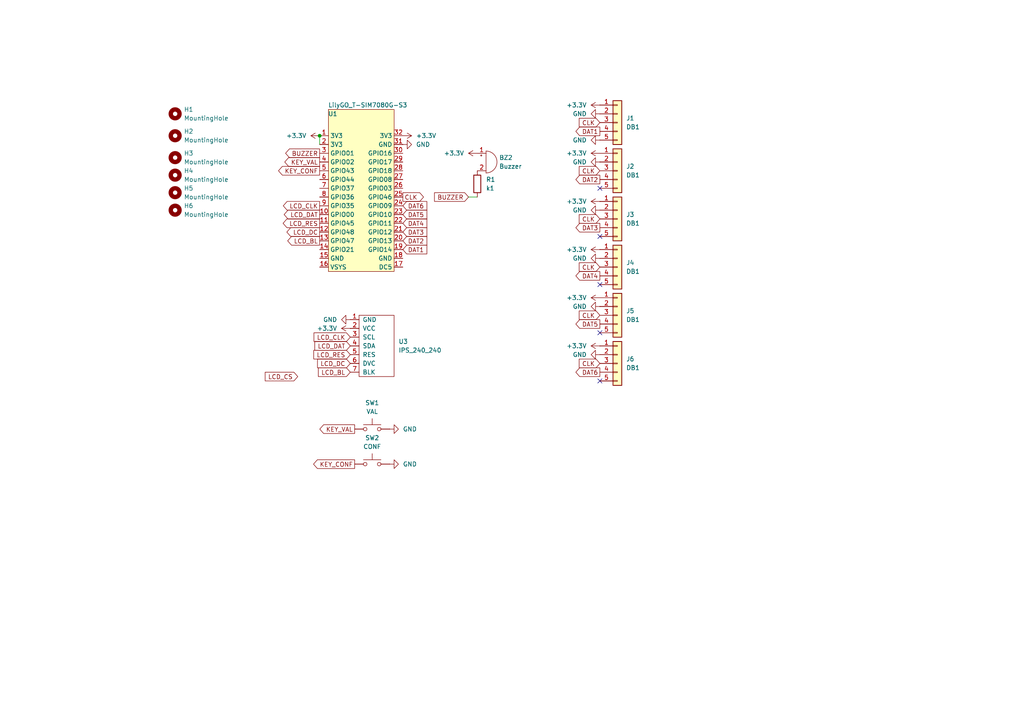
<source format=kicad_sch>
(kicad_sch (version 20250114) (generator "eeschema") (generator_version "9.0")
  (paper "A4")
  (lib_symbols
    (symbol "Connector_Generic:Conn_01x05" (pin_names (offset 1.016) (hide yes))
      (property "Reference" "J" (at 0 7.62 0))
      (property "Value" "Conn_01x05" (at 0 -7.62 0))
      (symbol "Conn_01x05_1_1"
        (rectangle (start -1.27 6.35) (end 1.27 -6.35) (stroke (width 0.254)) (fill (type background)))
        (rectangle (start -1.27 5.207) (end 0 4.953) (stroke (width 0.1524)))
        (rectangle (start -1.27 2.667) (end 0 2.413) (stroke (width 0.1524)))
        (rectangle (start -1.27 0.127) (end 0 -0.127) (stroke (width 0.1524)))
        (rectangle (start -1.27 -2.413) (end 0 -2.667) (stroke (width 0.1524)))
        (rectangle (start -1.27 -4.953) (end 0 -5.207) (stroke (width 0.1524)))
        (pin passive line (at -5.08 5.08 0) (length 3.81) (name "Pin_1") (number "1"))
        (pin passive line (at -5.08 2.54 0) (length 3.81) (name "Pin_2") (number "2"))
        (pin passive line (at -5.08 0 0) (length 3.81) (name "Pin_3") (number "3"))
        (pin passive line (at -5.08 -2.54 0) (length 3.81) (name "Pin_4") (number "4"))
        (pin passive line (at -5.08 -5.08 0) (length 3.81) (name "Pin_5") (number "5"))
      )
    )
    (symbol "Device:Buzzer" (pin_names (offset 0.0254) (hide yes))
      (property "Reference" "BZ" (at 3.81 1.27 0))
      (property "Value" "Buzzer" (at 3.81 -1.27 0))
      (symbol "Buzzer_0_1"
        (polyline (pts (xy -1.651 1.905) (xy -1.143 1.905)))
        (polyline (pts (xy -1.397 2.159) (xy -1.397 1.651)))
        (arc (start 0 3.175) (mid 3.1612 0) (end 0 -3.175))
        (polyline (pts (xy 0 3.175) (xy 0 -3.175)))
      )
      (symbol "Buzzer_1_1"
        (pin passive line (at -2.54 2.54 0) (length 2.54) (name "+") (number "1"))
        (pin passive line (at -2.54 -2.54 0) (length 2.54) (name "-") (number "2"))
      )
    )
    (symbol "Device:R" (pin_numbers (hide yes)) (pin_names (offset 0))
      (property "Reference" "R" (at 2.032 0 90))
      (property "Value" "R" (at 0 0 90))
      (symbol "R_0_1"
        (rectangle (start -1.016 -2.54) (end 1.016 2.54) (stroke (width 0.254)))
      )
      (symbol "R_1_1"
        (pin passive line (at 0 3.81 270) (length 1.27) (name "~") (number "1"))
        (pin passive line (at 0 -3.81 90) (length 1.27) (name "~") (number "2"))
      )
    )
    (symbol "Mechanical:MountingHole" (pin_names (offset 1.016)) (in_bom no)
      (property "Reference" "H" (at 0 5.08 0))
      (property "Value" "MountingHole" (at 0 3.175 0))
      (symbol "MountingHole_0_1"
        (circle (center 0 0) (radius 1.27) (stroke (width 1.27)))
      )
    )
    (symbol "Switch:SW_Push" (pin_numbers (hide yes)) (pin_names (offset 1.016) (hide yes))
      (property "Reference" "SW" (at 1.27 2.54 0))
      (property "Value" "SW_Push" (at 0 -1.524 0))
      (symbol "SW_Push_0_1"
        (circle (center -2.032 0) (radius 0.508))
        (polyline (pts (xy 0 1.27) (xy 0 3.048)))
        (circle (center 2.032 0) (radius 0.508))
        (polyline (pts (xy 2.54 1.27) (xy -2.54 1.27)))
        (pin passive line (at -5.08 0 0) (length 2.54) (name "1") (number "1"))
        (pin passive line (at 5.08 0 180) (length 2.54) (name "2") (number "2"))
      )
    )
    (symbol "liebler_MODULES:LilyGO_T-SIM7080G-S3"
      (property "Reference" "U" (at -7.874 22.86 0))
      (property "Value" "TSIM7080G-S3" (at -1.016 20.574 0))
      (symbol "LilyGO_T-SIM7080G-S3_1_1"
        (rectangle (start -8.89 24.13) (end 10.16 -22.86) (fill (type background)))
        (pin power_in line (at -11.43 16.51 0) (length 2.54) (name "3V3") (number "1"))
        (pin power_in line (at -11.43 13.97 0) (length 2.54) (name "3V3") (number "2"))
        (pin passive line (at -11.43 11.43 0) (length 2.54) (name "GPIO01") (number "3"))
        (pin passive line (at -11.43 8.89 0) (length 2.54) (name "GPIO02") (number "4"))
        (pin passive line (at -11.43 6.35 0) (length 2.54) (name "GPIO43") (number "5"))
        (pin passive line (at -11.43 3.81 0) (length 2.54) (name "GPIO44") (number "6"))
        (pin passive line (at -11.43 1.27 0) (length 2.54) (name "GPIO37") (number "7"))
        (pin passive line (at -11.43 -1.27 0) (length 2.54) (name "GPIO36") (number "8"))
        (pin passive line (at -11.43 -3.81 0) (length 2.54) (name "GPIO35") (number "9"))
        (pin passive line (at -11.43 -6.35 0) (length 2.54) (name "GPIO00") (number "10"))
        (pin passive line (at -11.43 -8.89 0) (length 2.54) (name "GPIO45") (number "11"))
        (pin passive line (at -11.43 -11.43 0) (length 2.54) (name "GPIO48") (number "12"))
        (pin passive line (at -11.43 -13.97 0) (length 2.54) (name "GPIO47") (number "13"))
        (pin passive line (at -11.43 -16.51 0) (length 2.54) (name "GPIO21") (number "14"))
        (pin power_in line (at -11.43 -19.05 0) (length 2.54) (name "GND") (number "15"))
        (pin power_in line (at -11.43 -21.59 0) (length 2.54) (name "VSYS") (number "16"))
        (pin power_in line (at 12.7 16.51 180) (length 2.54) (name "3V3") (number "32"))
        (pin power_in line (at 12.7 13.97 180) (length 2.54) (name "GND") (number "31"))
        (pin passive line (at 12.7 11.43 180) (length 2.54) (name "GPIO16") (number "30"))
        (pin passive line (at 12.7 8.89 180) (length 2.54) (name "GPIO17") (number "29"))
        (pin passive line (at 12.7 6.35 180) (length 2.54) (name "GPIO18") (number "28"))
        (pin passive line (at 12.7 3.81 180) (length 2.54) (name "GPIO08") (number "27"))
        (pin passive line (at 12.7 1.27 180) (length 2.54) (name "GPIO03") (number "26"))
        (pin passive line (at 12.7 -1.27 180) (length 2.54) (name "GPIO46") (number "25"))
        (pin passive line (at 12.7 -3.81 180) (length 2.54) (name "GPIO09") (number "24"))
        (pin passive line (at 12.7 -6.35 180) (length 2.54) (name "GPIO10") (number "23"))
        (pin passive line (at 12.7 -8.89 180) (length 2.54) (name "GPIO11") (number "22"))
        (pin passive line (at 12.7 -11.43 180) (length 2.54) (name "GPIO12") (number "21"))
        (pin passive line (at 12.7 -13.97 180) (length 2.54) (name "GPIO13") (number "20"))
        (pin passive line (at 12.7 -16.51 180) (length 2.54) (name "GPIO14") (number "19"))
        (pin power_in line (at 12.7 -19.05 180) (length 2.54) (name "GND") (number "18"))
        (pin power_in line (at 12.7 -21.59 180) (length 2.54) (name "DC5") (number "17"))
      )
    )
    (symbol "liebler_OPTO:IPS_240_240" (pin_names (offset 1.016))
      (property "Reference" "U" (at -5.08 7.62 0))
      (property "Value" "IPS_240_240" (at -5.08 5.08 0))
      (symbol "IPS_240_240_0_1"
        (rectangle (start -5.08 3.81) (end 5.08 -13.97))
      )
      (symbol "IPS_240_240_1_1"
        (pin power_in line (at -7.62 2.54 0) (length 2.54) (name "GND") (number "1"))
        (pin power_in line (at -7.62 0 0) (length 2.54) (name "VCC") (number "2"))
        (pin input line (at -7.62 -2.54 0) (length 2.54) (name "SCL") (number "3"))
        (pin input line (at -7.62 -5.08 0) (length 2.54) (name "SDA") (number "4"))
        (pin input line (at -7.62 -7.62 0) (length 2.54) (name "RES") (number "5"))
        (pin input line (at -7.62 -10.16 0) (length 2.54) (name "DVC") (number "6"))
        (pin input line (at -7.62 -12.7 0) (length 2.54) (name "BLK") (number "7"))
      )
    )
    (symbol "power:+3.3V" (power) (pin_numbers (hide yes)) (pin_names (offset 0) (hide yes))
      (property "Value" "+3.3V" (at 0 3.556 0))
      (symbol "+3.3V_0_1"
        (polyline (pts (xy -0.762 1.27) (xy 0 2.54)))
        (polyline (pts (xy 0 2.54) (xy 0.762 1.27)))
        (polyline (pts (xy 0 0) (xy 0 2.54)))
      )
      (symbol "+3.3V_1_1"
        (pin power_in line (at 0 0 90) (length 0) (name "~") (number "1"))
      )
    )
    (symbol "power:GND" (power) (pin_numbers (hide yes)) (pin_names (offset 0) (hide yes))
      (property "Value" "GND" (at 0 -3.81 0))
      (symbol "GND_0_1"
        (polyline (pts (xy 0 0) (xy 0 -1.27) (xy 1.27 -1.27) (xy 0 -2.54) (xy -1.27 -1.27) (xy 0 -1.27)))
      )
      (symbol "GND_1_1"
        (pin power_in line (at 0 0 270) (length 0) (name "~") (number "1"))
      )
    )
  )
  (junction (at 92.71 39.37))
  (no_connect (at 173.99 54.61))
  (no_connect (at 173.99 110.49))
  (no_connect (at 173.99 82.55))
  (no_connect (at 173.99 68.58))
  (no_connect (at 173.99 96.52))
  (wire (pts (xy 135.89 57.15) (xy 138.43 57.15)))
  (wire (pts (xy 92.71 39.37) (xy 92.71 41.91)))
  (global_label "KEY_CONF" (shape output) (at 92.71 49.53 180) (property "Intersheetrefs" "${INTERSHEET_REFS}" (effects (hide yes))))
  (global_label "DAT4" (shape output) (at 173.99 80.01 180) (property "Intersheetrefs" "${INTERSHEET_REFS}" (effects (hide yes))))
  (global_label "LCD_BL" (shape input) (at 101.6 107.95 180) (property "Intersheetrefs" "${INTERSHEET_REFS}" (effects (hide yes))))
  (global_label "LCD_BL" (shape output) (at 92.71 69.85 180) (property "Intersheetrefs" "${INTERSHEET_REFS}" (effects (hide yes))))
  (global_label "CLK" (shape input) (at 173.99 77.47 180) (property "Intersheetrefs" "${INTERSHEET_REFS}" (effects (hide yes))))
  (global_label "KEY_CONF" (shape output) (at 102.87 134.62 180) (property "Intersheetrefs" "${INTERSHEET_REFS}" (effects (hide yes))))
  (global_label "CLK" (shape input) (at 173.99 35.56 180) (property "Intersheetrefs" "${INTERSHEET_REFS}" (effects (hide yes))))
  (global_label "DAT2" (shape input) (at 116.84 69.85 0) (property "Intersheetrefs" "${INTERSHEET_REFS}" (effects (hide yes))))
  (global_label "CLK" (shape input) (at 173.99 49.53 180) (property "Intersheetrefs" "${INTERSHEET_REFS}" (effects (hide yes))))
  (global_label "LCD_DAT" (shape input) (at 101.6 100.33 180) (property "Intersheetrefs" "${INTERSHEET_REFS}" (effects (hide yes))))
  (global_label "LCD_CLK" (shape output) (at 92.71 59.69 180) (property "Intersheetrefs" "${INTERSHEET_REFS}" (effects (hide yes))))
  (global_label "KEY_VAL" (shape output) (at 102.87 124.46 180) (property "Intersheetrefs" "${INTERSHEET_REFS}" (effects (hide yes))))
  (global_label "LCD_CLK" (shape input) (at 101.6 97.79 180) (property "Intersheetrefs" "${INTERSHEET_REFS}" (effects (hide yes))))
  (global_label "CLK" (shape input) (at 173.99 63.5 180) (property "Intersheetrefs" "${INTERSHEET_REFS}" (effects (hide yes))))
  (global_label "DAT3" (shape input) (at 116.84 67.31 0) (property "Intersheetrefs" "${INTERSHEET_REFS}" (effects (hide yes))))
  (global_label "LCD_RES" (shape input) (at 101.6 102.87 180) (property "Intersheetrefs" "${INTERSHEET_REFS}" (effects (hide yes))))
  (global_label "DAT1" (shape output) (at 173.99 38.1 180) (property "Intersheetrefs" "${INTERSHEET_REFS}" (effects (hide yes))))
  (global_label "LCD_RES" (shape output) (at 92.71 64.77 180) (property "Intersheetrefs" "${INTERSHEET_REFS}" (effects (hide yes))))
  (global_label "DAT4" (shape input) (at 116.84 64.77 0) (property "Intersheetrefs" "${INTERSHEET_REFS}" (effects (hide yes))))
  (global_label "CLK" (shape input) (at 173.99 91.44 180) (property "Intersheetrefs" "${INTERSHEET_REFS}" (effects (hide yes))))
  (global_label "BUZZER" (shape output) (at 92.71 44.45 180) (property "Intersheetrefs" "${INTERSHEET_REFS}" (effects (hide yes))))
  (global_label "LCD_DC" (shape output) (at 92.71 67.31 180) (property "Intersheetrefs" "${INTERSHEET_REFS}" (effects (hide yes))))
  (global_label "CLK" (shape input) (at 173.99 105.41 180) (property "Intersheetrefs" "${INTERSHEET_REFS}" (effects (hide yes))))
  (global_label "LCD_DAT" (shape output) (at 92.71 62.23 180) (property "Intersheetrefs" "${INTERSHEET_REFS}" (effects (hide yes))))
  (global_label "DAT2" (shape output) (at 173.99 52.07 180) (property "Intersheetrefs" "${INTERSHEET_REFS}" (effects (hide yes))))
  (global_label "LCD_DC" (shape input) (at 101.6 105.41 180) (property "Intersheetrefs" "${INTERSHEET_REFS}" (effects (hide yes))))
  (global_label "DAT6" (shape input) (at 116.84 59.69 0) (property "Intersheetrefs" "${INTERSHEET_REFS}" (effects (hide yes))))
  (global_label "KEY_VAL" (shape output) (at 92.71 46.99 180) (property "Intersheetrefs" "${INTERSHEET_REFS}" (effects (hide yes))))
  (global_label "DAT5" (shape output) (at 173.99 93.98 180) (property "Intersheetrefs" "${INTERSHEET_REFS}" (effects (hide yes))))
  (global_label "DAT1" (shape input) (at 116.84 72.39 0) (property "Intersheetrefs" "${INTERSHEET_REFS}" (effects (hide yes))))
  (global_label "DAT3" (shape output) (at 173.99 66.04 180) (property "Intersheetrefs" "${INTERSHEET_REFS}" (effects (hide yes))))
  (global_label "DAT5" (shape input) (at 116.84 62.23 0) (property "Intersheetrefs" "${INTERSHEET_REFS}" (effects (hide yes))))
  (global_label "DAT6" (shape output) (at 173.99 107.95 180) (property "Intersheetrefs" "${INTERSHEET_REFS}" (effects (hide yes))))
  (global_label "CLK" (shape output) (at 116.84 57.15 0) (property "Intersheetrefs" "${INTERSHEET_REFS}" (effects (hide yes))))
  (global_label "BUZZER" (shape input) (at 135.89 57.15 180) (property "Intersheetrefs" "${INTERSHEET_REFS}" (effects (hide yes))))
  (global_label "LCD_CS" (shape input) (at 86.36 109.22 180) (property "Intersheetrefs" "${INTERSHEET_REFS}" (effects (hide yes))))
  (symbol (lib_id "power:GND") (at 173.99 88.9 270) (unit 1)
    (property "Reference" "#PWR010" (effects (hide yes)))
    (property "Value" "GND" (at 170.18 88.8999 90) (effects (justify right)))
    (property "Description" "Power symbol creates a global label with name \"GND\" , ground" (effects (hide yes)))
  )
  (symbol (lib_id "Connector_Generic:Conn_01x05") (at 179.07 35.56 0) (unit 1)
    (property "Reference" "J1" (at 181.61 34.2899 0) (effects (justify left)))
    (property "Value" "DB1" (at 181.61 36.8299 0) (effects (justify left)))
    (property "Footprint" "liebler_CONN:M12-5" (effects (hide yes)))
    (property "Description" "Generic connector, single row, 01x05, script generated (kicad-library-utils/schlib/autogen/connector/)" (effects (hide yes)))
  )
  (symbol (lib_id "power:+3.3V") (at 173.99 100.33 90) (unit 1)
    (property "Reference" "#PWR011" (effects (hide yes)))
    (property "Value" "+3.3V" (at 170.18 100.3299 90) (effects (justify left)))
    (property "Description" "Power symbol creates a global label with name \"+3.3V\"" (effects (hide yes)))
  )
  (symbol (lib_id "power:+3.3V") (at 173.99 72.39 90) (unit 1)
    (property "Reference" "#PWR07" (effects (hide yes)))
    (property "Value" "+3.3V" (at 170.18 72.3899 90) (effects (justify left)))
    (property "Description" "Power symbol creates a global label with name \"+3.3V\"" (effects (hide yes)))
  )
  (symbol (lib_id "Connector_Generic:Conn_01x05") (at 179.07 77.47 0) (unit 1)
    (property "Reference" "J4" (at 181.61 76.1999 0) (effects (justify left)))
    (property "Value" "DB1" (at 181.61 78.7399 0) (effects (justify left)))
    (property "Footprint" "liebler_CONN:M12-5" (effects (hide yes)))
    (property "Description" "Generic connector, single row, 01x05, script generated (kicad-library-utils/schlib/autogen/connector/)" (effects (hide yes)))
  )
  (symbol (lib_id "power:GND") (at 113.03 124.46 90) (unit 1)
    (property "Reference" "#PWR019" (effects (hide yes)))
    (property "Value" "GND" (at 116.84 124.4599 90) (effects (justify right)))
    (property "Description" "Power symbol creates a global label with name \"GND\" , ground" (effects (hide yes)))
  )
  (symbol (lib_id "Device:R") (at 138.43 53.34 0) (unit 1)
    (property "Reference" "R1" (at 140.97 52.0699 0) (effects (justify left)))
    (property "Value" "k1" (at 140.97 54.6099 0) (effects (justify left)))
    (property "Footprint" "Resistor_SMD:R_0805_2012Metric_Pad1.20x1.40mm_HandSolder" (effects (hide yes)))
    (property "Description" "Resistor" (effects (hide yes)))
  )
  (symbol (lib_id "Switch:SW_Push") (at 107.95 124.46 0) (unit 1)
    (property "Reference" "SW1" (at 107.95 116.84 0))
    (property "Value" "VAL" (at 107.95 119.38 0))
    (property "Footprint" "Button_Switch_THT:SW_PUSH_6mm" (effects (hide yes)))
    (property "Description" "Push button switch, generic, two pins" (effects (hide yes)))
  )
  (symbol (lib_id "Mechanical:MountingHole") (at 50.8 55.88 0) (unit 1) (in_bom no)
    (property "Reference" "H5" (at 53.34 54.6099 0) (effects (justify left)))
    (property "Value" "MountingHole" (at 53.34 57.1499 0) (effects (justify left)))
    (property "Footprint" "MountingHole:MountingHole_3.2mm_M3" (effects (hide yes)))
    (property "Description" "Mounting Hole without connection" (effects (hide yes)))
  )
  (symbol (lib_id "power:GND") (at 173.99 102.87 270) (unit 1)
    (property "Reference" "#PWR012" (effects (hide yes)))
    (property "Value" "GND" (at 170.18 102.8699 90) (effects (justify right)))
    (property "Description" "Power symbol creates a global label with name \"GND\" , ground" (effects (hide yes)))
  )
  (symbol (lib_id "Mechanical:MountingHole") (at 50.8 60.96 0) (unit 1) (in_bom no)
    (property "Reference" "H6" (at 53.34 59.6899 0) (effects (justify left)))
    (property "Value" "MountingHole" (at 53.34 62.2299 0) (effects (justify left)))
    (property "Footprint" "MountingHole:MountingHole_3.2mm_M3" (effects (hide yes)))
    (property "Description" "Mounting Hole without connection" (effects (hide yes)))
  )
  (symbol (lib_id "power:GND") (at 173.99 33.02 270) (unit 1)
    (property "Reference" "#PWR02" (effects (hide yes)))
    (property "Value" "GND" (at 170.18 33.0199 90) (effects (justify right)))
    (property "Description" "Power symbol creates a global label with name \"GND\" , ground" (effects (hide yes)))
  )
  (symbol (lib_id "power:GND") (at 173.99 74.93 270) (unit 1)
    (property "Reference" "#PWR08" (effects (hide yes)))
    (property "Value" "GND" (at 170.18 74.9299 90) (effects (justify right)))
    (property "Description" "Power symbol creates a global label with name \"GND\" , ground" (effects (hide yes)))
  )
  (symbol (lib_id "power:+3.3V") (at 173.99 58.42 90) (unit 1)
    (property "Reference" "#PWR05" (effects (hide yes)))
    (property "Value" "+3.3V" (at 170.18 58.4199 90) (effects (justify left)))
    (property "Description" "Power symbol creates a global label with name \"+3.3V\"" (effects (hide yes)))
  )
  (symbol (lib_id "Connector_Generic:Conn_01x05") (at 179.07 105.41 0) (unit 1)
    (property "Reference" "J6" (at 181.61 104.1399 0) (effects (justify left)))
    (property "Value" "DB1" (at 181.61 106.6799 0) (effects (justify left)))
    (property "Footprint" "liebler_CONN:M12-5" (effects (hide yes)))
    (property "Description" "Generic connector, single row, 01x05, script generated (kicad-library-utils/schlib/autogen/connector/)" (effects (hide yes)))
  )
  (symbol (lib_id "Switch:SW_Push") (at 107.95 134.62 0) (unit 1)
    (property "Reference" "SW2" (at 107.95 127 0))
    (property "Value" "CONF" (at 107.95 129.54 0))
    (property "Footprint" "Button_Switch_THT:SW_PUSH_6mm" (effects (hide yes)))
    (property "Description" "Push button switch, generic, two pins" (effects (hide yes)))
  )
  (symbol (lib_id "power:+3.3V") (at 173.99 30.48 90) (unit 1)
    (property "Reference" "#PWR01" (effects (hide yes)))
    (property "Value" "+3.3V" (at 170.18 30.4799 90) (effects (justify left)))
    (property "Description" "Power symbol creates a global label with name \"+3.3V\"" (effects (hide yes)))
  )
  (symbol (lib_id "Mechanical:MountingHole") (at 50.8 39.37 0) (unit 1) (in_bom no)
    (property "Reference" "H2" (at 53.34 38.0999 0) (effects (justify left)))
    (property "Value" "MountingHole" (at 53.34 40.6399 0) (effects (justify left)))
    (property "Footprint" "MountingHole:MountingHole_3.2mm_M3" (effects (hide yes)))
    (property "Description" "Mounting Hole without connection" (effects (hide yes)))
  )
  (symbol (lib_id "Device:Buzzer") (at 140.97 46.99 0) (unit 1)
    (property "Reference" "BZ2" (at 144.78 45.7199 0) (effects (justify left)))
    (property "Value" "Buzzer" (at 144.78 48.2599 0) (effects (justify left)))
    (property "Footprint" "liebler_MECH:Buzzer_12x9.5RM6.6" (effects (hide yes)))
    (property "Description" "Buzzer, polarized" (effects (hide yes)))
  )
  (symbol (lib_id "power:GND") (at 173.99 60.96 270) (unit 1)
    (property "Reference" "#PWR06" (effects (hide yes)))
    (property "Value" "GND" (at 170.18 60.9599 90) (effects (justify right)))
    (property "Description" "Power symbol creates a global label with name \"GND\" , ground" (effects (hide yes)))
  )
  (symbol (lib_id "power:+3.3V") (at 138.43 44.45 90) (unit 1)
    (property "Reference" "#PWR016" (effects (hide yes)))
    (property "Value" "+3.3V" (at 134.62 44.4499 90) (effects (justify left)))
    (property "Description" "Power symbol creates a global label with name \"+3.3V\"" (effects (hide yes)))
  )
  (symbol (lib_id "power:+3.3V") (at 173.99 44.45 90) (unit 1)
    (property "Reference" "#PWR03" (effects (hide yes)))
    (property "Value" "+3.3V" (at 170.18 44.4499 90) (effects (justify left)))
    (property "Description" "Power symbol creates a global label with name \"+3.3V\"" (effects (hide yes)))
  )
  (symbol (lib_id "Mechanical:MountingHole") (at 50.8 45.72 0) (unit 1) (in_bom no)
    (property "Reference" "H3" (at 53.34 44.4499 0) (effects (justify left)))
    (property "Value" "MountingHole" (at 53.34 46.9899 0) (effects (justify left)))
    (property "Footprint" "MountingHole:MountingHole_3.2mm_M3" (effects (hide yes)))
    (property "Description" "Mounting Hole without connection" (effects (hide yes)))
  )
  (symbol (lib_id "power:GND") (at 113.03 134.62 90) (unit 1)
    (property "Reference" "#PWR020" (effects (hide yes)))
    (property "Value" "GND" (at 116.84 134.6199 90) (effects (justify right)))
    (property "Description" "Power symbol creates a global label with name \"GND\" , ground" (effects (hide yes)))
  )
  (symbol (lib_id "Connector_Generic:Conn_01x05") (at 179.07 49.53 0) (unit 1)
    (property "Reference" "J2" (at 181.61 48.2599 0) (effects (justify left)))
    (property "Value" "DB1" (at 181.61 50.7999 0) (effects (justify left)))
    (property "Footprint" "liebler_CONN:M12-5" (effects (hide yes)))
    (property "Description" "Generic connector, single row, 01x05, script generated (kicad-library-utils/schlib/autogen/connector/)" (effects (hide yes)))
  )
  (symbol (lib_id "power:GND") (at 173.99 40.64 270) (unit 1)
    (property "Reference" "#PWR021" (effects (hide yes)))
    (property "Value" "GND" (at 170.18 40.6399 90) (effects (justify right)))
    (property "Description" "Power symbol creates a global label with name \"GND\" , ground" (effects (hide yes)))
  )
  (symbol (lib_id "power:+3.3V") (at 116.84 39.37 270) (unit 1)
    (property "Reference" "#PWR013" (effects (hide yes)))
    (property "Value" "+3.3V" (at 120.65 39.3699 90) (effects (justify left)))
    (property "Description" "Power symbol creates a global label with name \"+3.3V\"" (effects (hide yes)))
  )
  (symbol (lib_id "Connector_Generic:Conn_01x05") (at 179.07 91.44 0) (unit 1)
    (property "Reference" "J5" (at 181.61 90.1699 0) (effects (justify left)))
    (property "Value" "DB1" (at 181.61 92.7099 0) (effects (justify left)))
    (property "Footprint" "liebler_CONN:M12-5" (effects (hide yes)))
    (property "Description" "Generic connector, single row, 01x05, script generated (kicad-library-utils/schlib/autogen/connector/)" (effects (hide yes)))
  )
  (symbol (lib_id "Mechanical:MountingHole") (at 50.8 50.8 0) (unit 1) (in_bom no)
    (property "Reference" "H4" (at 53.34 49.5299 0) (effects (justify left)))
    (property "Value" "MountingHole" (at 53.34 52.0699 0) (effects (justify left)))
    (property "Footprint" "MountingHole:MountingHole_3.2mm_M3" (effects (hide yes)))
    (property "Description" "Mounting Hole without connection" (effects (hide yes)))
  )
  (symbol (lib_id "Mechanical:MountingHole") (at 50.8 33.02 0) (unit 1) (in_bom no)
    (property "Reference" "H1" (at 53.34 31.7499 0) (effects (justify left)))
    (property "Value" "MountingHole" (at 53.34 34.2899 0) (effects (justify left)))
    (property "Footprint" "MountingHole:MountingHole_3.2mm_M3" (effects (hide yes)))
    (property "Description" "Mounting Hole without connection" (effects (hide yes)))
  )
  (symbol (lib_id "power:GND") (at 101.6 92.71 270) (unit 1)
    (property "Reference" "#PWR018" (effects (hide yes)))
    (property "Value" "GND" (at 97.79 92.7099 90) (effects (justify right)))
    (property "Description" "Power symbol creates a global label with name \"GND\" , ground" (effects (hide yes)))
  )
  (symbol (lib_id "Connector_Generic:Conn_01x05") (at 179.07 63.5 0) (unit 1)
    (property "Reference" "J3" (at 181.61 62.2299 0) (effects (justify left)))
    (property "Value" "DB1" (at 181.61 64.7699 0) (effects (justify left)))
    (property "Footprint" "liebler_CONN:M12-5" (effects (hide yes)))
    (property "Description" "Generic connector, single row, 01x05, script generated (kicad-library-utils/schlib/autogen/connector/)" (effects (hide yes)))
  )
  (symbol (lib_id "liebler_MODULES:LilyGO_T-SIM7080G-S3") (at 104.14 55.88 0) (unit 1)
    (property "Reference" "U1" (at 96.52 33.02 0))
    (property "Value" "LilyGO_T-SIM7080G-S3" (at 106.68 30.48 0))
    (property "Footprint" "liebler_MODULES:LilyGO_T-SIM7080G-S3" (effects (hide yes)))
  )
  (symbol (lib_id "liebler_OPTO:IPS_240_240") (at 109.22 95.25 0) (unit 1)
    (property "Reference" "U3" (at 115.57 99.0599 0) (effects (justify left)))
    (property "Value" "IPS_240_240" (at 115.57 101.5999 0) (effects (justify left)))
    (property "Footprint" "liebler_OPTO:IPS_240_240_1.3" (effects (hide yes)))
  )
  (symbol (lib_id "power:+3.3V") (at 101.6 95.25 90) (unit 1)
    (property "Reference" "#PWR017" (effects (hide yes)))
    (property "Value" "+3.3V" (at 97.79 95.2499 90) (effects (justify left)))
    (property "Description" "Power symbol creates a global label with name \"+3.3V\"" (effects (hide yes)))
  )
  (symbol (lib_id "power:+3.3V") (at 173.99 86.36 90) (unit 1)
    (property "Reference" "#PWR09" (effects (hide yes)))
    (property "Value" "+3.3V" (at 170.18 86.3599 90) (effects (justify left)))
    (property "Description" "Power symbol creates a global label with name \"+3.3V\"" (effects (hide yes)))
  )
  (symbol (lib_id "power:+3.3V") (at 92.71 39.37 90) (unit 1)
    (property "Reference" "#PWR015" (effects (hide yes)))
    (property "Value" "+3.3V" (at 88.9 39.3699 90) (effects (justify left)))
    (property "Description" "Power symbol creates a global label with name \"+3.3V\"" (effects (hide yes)))
  )
  (symbol (lib_id "power:GND") (at 173.99 46.99 270) (unit 1)
    (property "Reference" "#PWR04" (effects (hide yes)))
    (property "Value" "GND" (at 170.18 46.9899 90) (effects (justify right)))
    (property "Description" "Power symbol creates a global label with name \"GND\" , ground" (effects (hide yes)))
  )
  (symbol (lib_id "power:GND") (at 116.84 41.91 90) (unit 1)
    (property "Reference" "#PWR014" (effects (hide yes)))
    (property "Value" "GND" (at 120.65 41.9099 90) (effects (justify right)))
    (property "Description" "Power symbol creates a global label with name \"GND\" , ground" (effects (hide yes)))
  )
)
</source>
